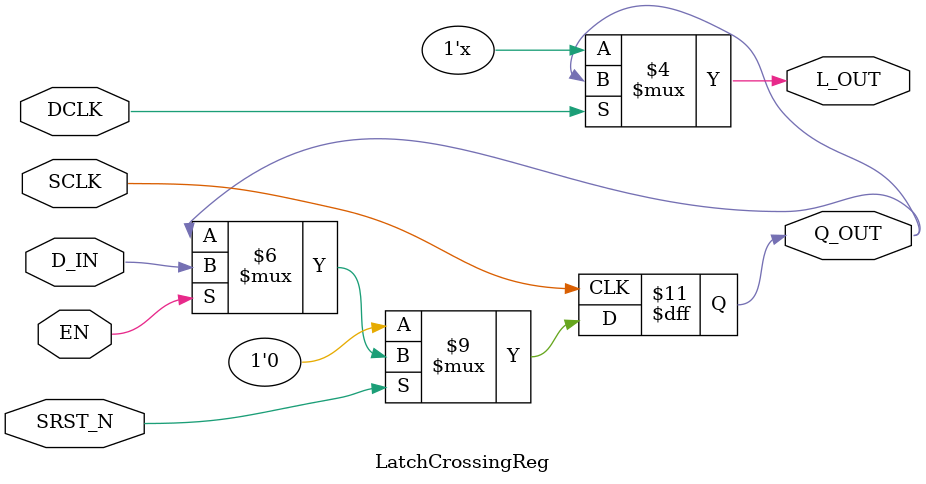
<source format=v>


// Permission is hereby granted, free of charge, to any person obtaining a copy
// of this software and associated documentation files (the "Software"), to deal
// in the Software without restriction, including without limitation the rights
// to use, copy, modify, merge, publish, distribute, sublicense, and/or sell
// copies of the Software, and to permit persons to whom the Software is
// furnished to do so, subject to the following conditions:

// The above copyright notice and this permission notice shall be included in
// all copies or substantial portions of the Software.

// THE SOFTWARE IS PROVIDED "AS IS", WITHOUT WARRANTY OF ANY KIND, EXPRESS OR
// IMPLIED, INCLUDING BUT NOT LIMITED TO THE WARRANTIES OF MERCHANTABILITY,
// FITNESS FOR A PARTICULAR PURPOSE AND NONINFRINGEMENT. IN NO EVENT SHALL THE
// AUTHORS OR COPYRIGHT HOLDERS BE LIABLE FOR ANY CLAIM, DAMAGES OR OTHER
// LIABILITY, WHETHER IN AN ACTION OF CONTRACT, TORT OR OTHERWISE, ARISING FROM,
// OUT OF OR IN CONNECTION WITH THE SOFTWARE OR THE USE OR OTHER DEALINGS IN
// THE SOFTWARE.
//
// $Revision: 24080 $
// $Date: 2011-05-18 19:32:52 +0000 (Wed, 18 May 2011) $

`ifdef BSV_ASSIGNMENT_DELAY
`else
`define BSV_ASSIGNMENT_DELAY
`endif

module LatchCrossingReg(SCLK, SRST_N, EN, D_IN, Q_OUT, DCLK, L_OUT);

   parameter width = 1;
   parameter init  = { width {1'b0} } ;

   input                  SCLK;
   input                  SRST_N;
   input                  EN;
   input  [width - 1 : 0] D_IN;
   output [width - 1 : 0] Q_OUT;

   input                  DCLK;
   output [width - 1 : 0] L_OUT;

   reg [width - 1 : 0]    Q_OUT; // flop
   reg [width - 1 : 0]    L_OUT; // latch

   // flop in source clock domain
   always@(posedge SCLK)
     begin
	if (SRST_N == 0)
          Q_OUT <= `BSV_ASSIGNMENT_DELAY init;
        else
          begin
             if (EN)
               Q_OUT <= `BSV_ASSIGNMENT_DELAY D_IN;
          end // else: !if(SRST_N == 0)
     end

   // latch in destination clock domain
   always@(DCLK or Q_OUT)
     begin
        if (DCLK)
          L_OUT <= `BSV_ASSIGNMENT_DELAY Q_OUT;
     end

`ifdef BSV_NO_INITIAL_BLOCKS
`else // not BSV_NO_INITIAL_BLOCKS
   // synopsys translate_off
   initial begin
      Q_OUT = {((width + 1)/2){2'b10}} ;
   end
   // synopsys translate_on
`endif // BSV_NO_INITIAL_BLOCKS

endmodule

</source>
